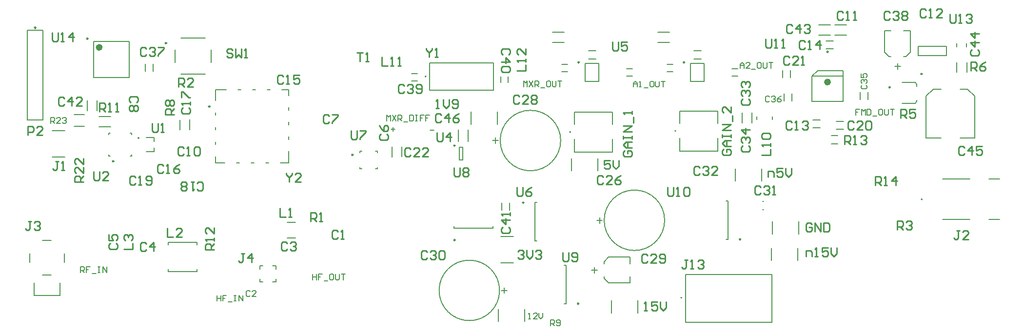
<source format=gbr>
G04*
G04 #@! TF.GenerationSoftware,Altium Limited,Altium Designer,25.5.2 (35)*
G04*
G04 Layer_Color=65535*
%FSLAX44Y44*%
%MOMM*%
G71*
G04*
G04 #@! TF.SameCoordinates,F6FF292E-385D-4CED-94FC-DDC138C61579*
G04*
G04*
G04 #@! TF.FilePolarity,Positive*
G04*
G01*
G75*
%ADD10C,0.2500*%
%ADD11C,0.2000*%
%ADD12C,0.6000*%
%ADD13C,0.1524*%
%ADD14C,0.1270*%
%ADD15C,0.1500*%
%ADD16C,0.1800*%
%ADD17C,0.2540*%
D10*
X845998Y555358D02*
G03*
X845998Y555358I-1250J0D01*
G01*
X1519146Y408656D02*
G03*
X1519146Y408656I-1250J0D01*
G01*
X295382Y776128D02*
G03*
X295382Y776128I-1250J0D01*
G01*
X522252Y749198D02*
G03*
X522252Y749198I-1250J0D01*
G01*
X385962Y757198D02*
G03*
X385962Y757198I-1250J0D01*
G01*
X430702Y544180D02*
G03*
X430702Y544180I-1250J0D01*
G01*
X597762Y639278D02*
G03*
X597762Y639278I-1250J0D01*
G01*
X1421736Y715996D02*
G03*
X1421736Y715996I-1250J0D01*
G01*
X1671046Y734206D02*
G03*
X1671046Y734206I-1250J0D01*
G01*
X1778706Y672686D02*
G03*
X1778706Y672686I-1250J0D01*
G01*
X1834368Y695856D02*
G03*
X1834368Y695856I-1250J0D01*
G01*
X1238033Y297026D02*
G03*
X1238033Y297026I-1250J0D01*
G01*
X1023346Y571426D02*
G03*
X1023346Y571426I-1250J0D01*
G01*
X1023323Y407496D02*
G03*
X1023323Y407496I-1250J0D01*
G01*
X1142733Y472406D02*
G03*
X1142733Y472406I-1250J0D01*
G01*
X1238856Y715996D02*
G03*
X1238856Y715996I-1250J0D01*
G01*
X1566877Y517182D02*
Y527179D01*
X1574374D01*
X1576874Y524679D01*
Y517182D01*
X1591869Y532177D02*
X1581872D01*
Y524679D01*
X1586870Y527179D01*
X1589370D01*
X1591869Y524679D01*
Y519681D01*
X1589370Y517182D01*
X1584371D01*
X1581872Y519681D01*
X1596867Y532177D02*
Y522180D01*
X1601866Y517182D01*
X1606864Y522180D01*
Y532177D01*
X990322Y636487D02*
X995320D01*
X992821D01*
Y651482D01*
X990322Y648983D01*
X1002817Y651482D02*
Y641486D01*
X1007816Y636487D01*
X1012814Y641486D01*
Y651482D01*
X1017813Y638987D02*
X1020312Y636487D01*
X1025310D01*
X1027809Y638987D01*
Y648983D01*
X1025310Y651482D01*
X1020312D01*
X1017813Y648983D01*
Y646484D01*
X1020312Y643985D01*
X1027809D01*
X1292149Y545815D02*
X1282152D01*
Y538317D01*
X1287150Y540817D01*
X1289650D01*
X1292149Y538317D01*
Y533319D01*
X1289650Y530820D01*
X1284651D01*
X1282152Y533319D01*
X1297147Y545815D02*
Y535818D01*
X1302146Y530820D01*
X1307144Y535818D01*
Y545815D01*
X1132546Y387106D02*
X1135045Y389605D01*
X1140043D01*
X1142543Y387106D01*
Y384607D01*
X1140043Y382108D01*
X1137544D01*
X1140043D01*
X1142543Y379608D01*
Y377109D01*
X1140043Y374610D01*
X1135045D01*
X1132546Y377109D01*
X1147541Y389605D02*
Y379608D01*
X1152540Y374610D01*
X1157538Y379608D01*
Y389605D01*
X1162536Y387106D02*
X1165035Y389605D01*
X1170034D01*
X1172533Y387106D01*
Y384607D01*
X1170034Y382108D01*
X1167535D01*
X1170034D01*
X1172533Y379608D01*
Y377109D01*
X1170034Y374610D01*
X1165035D01*
X1162536Y377109D01*
D11*
X1416808Y307086D02*
G03*
X1416808Y307086I-1000J0D01*
G01*
X1206496Y580122D02*
G03*
X1206496Y580122I-52500J0D01*
G01*
X1834434Y478028D02*
G03*
X1834434Y478028I-1000J0D01*
G01*
X1406636Y596646D02*
G03*
X1406636Y596646I-1000J0D01*
G01*
X1224010Y595122D02*
G03*
X1224010Y595122I-1000J0D01*
G01*
X1387016Y441706D02*
G03*
X1387016Y441706I-52500J0D01*
G01*
X1100403Y319916D02*
G03*
X1100403Y319916I-52500J0D01*
G01*
X973057Y691391D02*
G03*
X973057Y691391I-1000J0D01*
G01*
X574910Y398952D02*
Y402952D01*
Y352952D02*
Y356952D01*
X524910Y398952D02*
Y402952D01*
Y352952D02*
Y356952D01*
Y402952D02*
X574910D01*
X524910Y352952D02*
X574910D01*
X857498Y562108D02*
X860998D01*
X884998D02*
X888498D01*
Y531108D02*
Y534108D01*
Y559108D02*
Y562108D01*
X857498Y531108D02*
X860998D01*
X884998D02*
X888498D01*
X857498D02*
Y534108D01*
Y559108D02*
Y562108D01*
X1096408Y608452D02*
Y630052D01*
X1050908Y608452D02*
Y630052D01*
X1493896Y408206D02*
X1497396D01*
Y475206D01*
X1493896D02*
X1497396D01*
X1619902Y417952D02*
Y439552D01*
X1574402Y417952D02*
Y439552D01*
X1270906Y527426D02*
Y549026D01*
X1225406Y527426D02*
Y549026D01*
X1894468Y742998D02*
Y748998D01*
X1911468Y742998D02*
Y748998D01*
X280682Y616228D02*
X307582D01*
Y771628D01*
X280682D02*
X307582D01*
X280682Y616228D02*
Y771628D01*
X336952Y311428D02*
Y333028D01*
X291952Y311428D02*
Y333028D01*
Y311428D02*
X336952D01*
X344452Y369028D02*
Y383828D01*
X284452Y369028D02*
Y383828D01*
X307052Y406428D02*
X321852D01*
X307052Y346428D02*
X321852D01*
X547402Y758398D02*
X589502D01*
X599902Y715898D02*
Y737998D01*
X547402Y695498D02*
X589502D01*
X537002Y715898D02*
Y737998D01*
X395212Y689948D02*
Y751948D01*
X457212Y689948D02*
Y751948D01*
X395212D02*
X457212D01*
X395212Y689948D02*
X457212D01*
X421952Y553240D02*
X424452D01*
X421952D02*
Y555741D01*
X459452Y553240D02*
X461952D01*
Y555741D01*
X421952Y593241D02*
X424452D01*
X421952Y590740D02*
Y593241D01*
X459452D02*
X461952D01*
Y590740D02*
Y593241D01*
X323972Y597298D02*
X345572D01*
X323972Y551798D02*
X345572D01*
X722696Y668528D02*
X733932D01*
X697296D02*
X701988D01*
X671896D02*
X676588D01*
X646496D02*
X651188D01*
X606932D02*
X625788D01*
X606932Y541528D02*
Y552764D01*
Y573472D02*
Y578164D01*
Y598872D02*
Y603564D01*
Y624272D02*
Y628964D01*
Y649672D02*
Y668528D01*
X720156Y541528D02*
X733932D01*
X694756D02*
X699448D01*
X669356D02*
X674048D01*
X643956D02*
X648648D01*
X606932D02*
X623248D01*
X733932D02*
Y561654D01*
Y582362D02*
Y587054D01*
Y607762D02*
Y612454D01*
Y633162D02*
Y637854D01*
Y658562D02*
Y668528D01*
X405080Y603898D02*
X425162D01*
X405080Y621398D02*
X425162D01*
X361492Y625188D02*
X379492D01*
X361492Y605188D02*
X379492D01*
X401722Y631891D02*
Y649391D01*
X384692Y631838D02*
Y649338D01*
X562092Y598818D02*
Y616318D01*
X545062Y598765D02*
Y616265D01*
X485502Y700266D02*
Y712990D01*
X499002Y700266D02*
Y712990D01*
X913490Y551933D02*
Y569433D01*
X930520Y551986D02*
Y569486D01*
X731382Y411208D02*
X745882D01*
X731382Y438208D02*
X745882D01*
X1572624Y371724D02*
Y393324D01*
X1618124Y371724D02*
Y393324D01*
X1557286Y474356D02*
X1558786D01*
X1557286Y459856D02*
X1558786D01*
X1509886Y509646D02*
Y531246D01*
X1555386Y509646D02*
Y531246D01*
X1573826Y616906D02*
Y622106D01*
X1547326Y616906D02*
Y622106D01*
X1644408Y616096D02*
X1657133D01*
X1644408Y602596D02*
X1657133D01*
X1538596Y610756D02*
Y628256D01*
X1521566Y610703D02*
Y628203D01*
X1437386Y735726D02*
X1450086D01*
X1437386Y721726D02*
X1450086D01*
X1432236Y682746D02*
X1455236D01*
X1432236Y713746D02*
X1455236D01*
Y682746D02*
Y713746D01*
X1432236Y682746D02*
Y713746D01*
X1503696Y704746D02*
X1513696D01*
X1503696Y691746D02*
X1513696D01*
X1591926Y689344D02*
Y702068D01*
X1605426Y689344D02*
Y702068D01*
X1594466Y648704D02*
Y661428D01*
X1607966Y648704D02*
Y661428D01*
X1642796Y691706D02*
X1696796D01*
X1652796Y701706D02*
X1696796D01*
Y647706D02*
Y701706D01*
X1642796Y647706D02*
X1696796D01*
X1642796D02*
Y691706D01*
X1652796Y701706D01*
X1654425Y780706D02*
X1675007D01*
X1654425Y763106D02*
X1675007D01*
X1667219Y739756D02*
X1679944D01*
X1667219Y753256D02*
X1679944D01*
X1676916Y588406D02*
X1687916D01*
X1676916Y574406D02*
X1687916D01*
X1684999Y600056D02*
X1697724D01*
X1684999Y613556D02*
X1697724D01*
X1726546Y651244D02*
Y663968D01*
X1740046Y651244D02*
Y663968D01*
X1798956Y644686D02*
X1821956D01*
X1824956Y647686D01*
Y650686D01*
X1824956Y674686D02*
Y677686D01*
X1821956Y680686D02*
X1824956Y677686D01*
X1798956Y680686D02*
X1821956D01*
X1913156Y669626D02*
X1925656Y657126D01*
X1840656Y657126D02*
X1853156Y669626D01*
X1899656D02*
X1913156D01*
X1925656Y584626D02*
Y657126D01*
X1853156Y669626D02*
X1866656D01*
X1840656Y584626D02*
Y657126D01*
X1899656Y584626D02*
X1925656D01*
X1840656Y584626D02*
X1866656D01*
X1682365Y763106D02*
X1702947D01*
X1682365Y780706D02*
X1702947D01*
X1813708Y733818D02*
Y770818D01*
X1802208Y725818D02*
X1805708D01*
X1813708Y733818D01*
X1802208Y770818D02*
X1813708D01*
X1768708D02*
X1780208D01*
X1768708Y733818D02*
X1776708Y725818D01*
X1780208D01*
X1768708Y733818D02*
Y770818D01*
X1827643Y728048D02*
X1876693D01*
Y743628D01*
X1827643D02*
X1876693D01*
X1827643Y728048D02*
Y743628D01*
X1894177Y698987D02*
Y716069D01*
X1911759Y698987D02*
Y716069D01*
X1143906Y265806D02*
Y287406D01*
X1098406Y265806D02*
Y287406D01*
X1212783Y363576D02*
X1216283D01*
Y296576D02*
Y363576D01*
X1212783Y296576D02*
X1216283D01*
X1340502Y280792D02*
Y302392D01*
X1295002Y280792D02*
Y302392D01*
X1289756Y377846D02*
X1326756D01*
X1281756Y366346D02*
Y369846D01*
X1289756Y377846D01*
X1326756Y366346D02*
Y377846D01*
Y332846D02*
Y344346D01*
X1281756Y340846D02*
X1289756Y332846D01*
X1281756Y340846D02*
Y344346D01*
X1289756Y332846D02*
X1326756D01*
X1102736Y413656D02*
X1124336D01*
X1102736Y368156D02*
X1124336D01*
X1030346Y568426D02*
X1036346D01*
X1030346Y546426D02*
X1036346D01*
X1030346D02*
Y568426D01*
X1036346Y546426D02*
Y568426D01*
X1021623Y427996D02*
Y431496D01*
Y427996D02*
X1088623D01*
Y431496D01*
X1161983Y472856D02*
X1165483D01*
X1161983Y405856D02*
Y472856D01*
Y405856D02*
X1165483D01*
X1104246Y459449D02*
Y472174D01*
X1117746Y459449D02*
Y472174D01*
X1028836Y578965D02*
Y599087D01*
X1045836Y578965D02*
Y599087D01*
X1249356Y682746D02*
Y713746D01*
X1272356Y682746D02*
Y713746D01*
X1249356D02*
X1272356D01*
X1249356Y682746D02*
X1272356D01*
X1114806Y681498D02*
Y691498D01*
X1102106Y681498D02*
Y691498D01*
X947961Y696404D02*
X957961D01*
X947961Y683704D02*
X957961D01*
X1208676Y699366D02*
X1218676D01*
X1208676Y712366D02*
X1218676D01*
X1192395Y767956D02*
X1212477D01*
X1192395Y750456D02*
X1212477D01*
X1320816Y704746D02*
X1330816D01*
X1320816Y691746D02*
X1330816D01*
X1391556Y699366D02*
X1401556D01*
X1391556Y712366D02*
X1401556D01*
X1254506Y721726D02*
X1267206D01*
X1254506Y735726D02*
X1267206D01*
X1375275Y750456D02*
X1395357D01*
X1375275Y767956D02*
X1395357D01*
X979646Y598392D02*
X986311D01*
X911828Y599946D02*
X918493D01*
X915160Y603279D02*
Y596614D01*
X904208Y614028D02*
Y624025D01*
X907540Y620693D01*
X910872Y624025D01*
Y614028D01*
X914205Y624025D02*
X920869Y614028D01*
Y624025D02*
X914205Y614028D01*
X924202D02*
Y624025D01*
X929200D01*
X930866Y622359D01*
Y619026D01*
X929200Y617360D01*
X924202D01*
X927534D02*
X930866Y614028D01*
X934198Y612362D02*
X940863D01*
X944195Y624025D02*
Y614028D01*
X949193D01*
X950860Y615694D01*
Y622359D01*
X949193Y624025D01*
X944195D01*
X954192D02*
X957524D01*
X955858D01*
Y614028D01*
X954192D01*
X957524D01*
X969187Y624025D02*
X962523D01*
Y619026D01*
X965855D01*
X962523D01*
Y614028D01*
X979184Y624025D02*
X972519D01*
Y619026D01*
X975852D01*
X972519D01*
Y614028D01*
X1725450Y634439D02*
X1718786D01*
Y629440D01*
X1722118D01*
X1718786D01*
Y624442D01*
X1728783D02*
Y634439D01*
X1732115Y631107D01*
X1735447Y634439D01*
Y624442D01*
X1738780Y634439D02*
Y624442D01*
X1743778D01*
X1745444Y626108D01*
Y632773D01*
X1743778Y634439D01*
X1738780D01*
X1748776Y622776D02*
X1755441D01*
X1763772Y634439D02*
X1760439D01*
X1758773Y632773D01*
Y626108D01*
X1760439Y624442D01*
X1763772D01*
X1765438Y626108D01*
Y632773D01*
X1763772Y634439D01*
X1768770D02*
Y626108D01*
X1770436Y624442D01*
X1773768D01*
X1775434Y626108D01*
Y634439D01*
X1778767D02*
X1785431D01*
X1782099D01*
Y624442D01*
X1518126Y705722D02*
Y712387D01*
X1521458Y715719D01*
X1524790Y712387D01*
Y705722D01*
Y710721D01*
X1518126D01*
X1534787Y705722D02*
X1528123D01*
X1534787Y712387D01*
Y714053D01*
X1533121Y715719D01*
X1529789D01*
X1528123Y714053D01*
X1538120Y704056D02*
X1544784D01*
X1553115Y715719D02*
X1549783D01*
X1548116Y714053D01*
Y707388D01*
X1549783Y705722D01*
X1553115D01*
X1554781Y707388D01*
Y714053D01*
X1553115Y715719D01*
X1558113D02*
Y707388D01*
X1559779Y705722D01*
X1563112D01*
X1564778Y707388D01*
Y715719D01*
X1568110D02*
X1574774D01*
X1571442D01*
Y705722D01*
X1332992Y673173D02*
Y679837D01*
X1336324Y683170D01*
X1339656Y679837D01*
Y673173D01*
Y678171D01*
X1332992D01*
X1342988Y673173D02*
X1346321D01*
X1344655D01*
Y683170D01*
X1342988Y681504D01*
X1351319Y671507D02*
X1357984D01*
X1366314Y683170D02*
X1362982D01*
X1361316Y681504D01*
Y674839D01*
X1362982Y673173D01*
X1366314D01*
X1367980Y674839D01*
Y681504D01*
X1366314Y683170D01*
X1371313D02*
Y674839D01*
X1372979Y673173D01*
X1376311D01*
X1377977Y674839D01*
Y683170D01*
X1381309D02*
X1387974D01*
X1384642D01*
Y673173D01*
X1141952Y673718D02*
Y683715D01*
X1145284Y680383D01*
X1148616Y683715D01*
Y673718D01*
X1151949Y683715D02*
X1158613Y673718D01*
Y683715D02*
X1151949Y673718D01*
X1161946D02*
Y683715D01*
X1166944D01*
X1168610Y682049D01*
Y678717D01*
X1166944Y677050D01*
X1161946D01*
X1165278D02*
X1168610Y673718D01*
X1171942Y672052D02*
X1178607D01*
X1186937Y683715D02*
X1183605D01*
X1181939Y682049D01*
Y675384D01*
X1183605Y673718D01*
X1186937D01*
X1188604Y675384D01*
Y682049D01*
X1186937Y683715D01*
X1191936D02*
Y675384D01*
X1193602Y673718D01*
X1196934D01*
X1198600Y675384D01*
Y683715D01*
X1201933D02*
X1208597D01*
X1205265D01*
Y673718D01*
X775624Y348363D02*
Y338367D01*
Y343365D01*
X782288D01*
Y348363D01*
Y338367D01*
X792285Y348363D02*
X785620D01*
Y343365D01*
X788953D01*
X785620D01*
Y338367D01*
X795617Y336700D02*
X802282D01*
X810612Y348363D02*
X807280D01*
X805614Y346697D01*
Y340033D01*
X807280Y338367D01*
X810612D01*
X812278Y340033D01*
Y346697D01*
X810612Y348363D01*
X815611D02*
Y340033D01*
X817277Y338367D01*
X820609D01*
X822275Y340033D01*
Y348363D01*
X825608D02*
X832272D01*
X828940D01*
Y338367D01*
X609568Y311351D02*
Y301354D01*
Y306353D01*
X616232D01*
Y311351D01*
Y301354D01*
X626229Y311351D02*
X619565D01*
Y306353D01*
X622897D01*
X619565D01*
Y301354D01*
X629562Y299688D02*
X636226D01*
X639558Y311351D02*
X642891D01*
X641225D01*
Y301354D01*
X639558D01*
X642891D01*
X647889D02*
Y311351D01*
X654554Y301354D01*
Y311351D01*
X373094Y350630D02*
Y360627D01*
X378092D01*
X379758Y358961D01*
Y355629D01*
X378092Y353962D01*
X373094D01*
X376426D02*
X379758Y350630D01*
X389755Y360627D02*
X383091D01*
Y355629D01*
X386423D01*
X383091D01*
Y350630D01*
X393088Y348964D02*
X399752D01*
X403084Y360627D02*
X406417D01*
X404751D01*
Y350630D01*
X403084D01*
X406417D01*
X411415D02*
Y360627D01*
X418079Y350630D01*
Y360627D01*
D12*
X408212Y741948D02*
G03*
X408212Y741948I-3000J0D01*
G01*
X1672796Y681706D02*
G03*
X1672796Y681706I-3000J0D01*
G01*
D13*
X473294Y583280D02*
G03*
X473294Y585820I0J1270D01*
G01*
D02*
G03*
X473294Y583280I0J-1270D01*
G01*
X684022Y334518D02*
X689585D01*
X684022Y356895D02*
Y362458D01*
X706399D02*
X711962D01*
Y334518D02*
Y340081D01*
X684022Y334518D02*
Y340081D01*
Y362458D02*
X689585D01*
X711962Y356895D02*
Y362458D01*
X706399Y334518D02*
X711962D01*
X486932Y585620D02*
X500532D01*
Y561236D02*
Y567840D01*
X486932Y561236D02*
X500532D01*
Y579016D02*
Y585620D01*
X1796656Y709094D02*
X1786208D01*
X1791432Y714318D02*
Y703870D01*
X1265032Y349898D02*
Y360346D01*
X1270256Y355122D02*
X1259808D01*
D14*
X1423308Y264586D02*
X1573308D01*
X1423308D02*
Y347086D01*
X1573308D01*
Y264586D02*
Y347086D01*
X1949714Y513028D02*
X1968434D01*
X1869714D02*
X1917154D01*
X1949714Y443028D02*
X1968434D01*
X1869714D02*
X1917154D01*
X1413276Y561446D02*
Y584296D01*
Y609696D02*
Y631346D01*
X1479276D01*
Y609696D02*
Y631346D01*
Y561446D02*
Y584296D01*
X1413276Y561346D02*
X1479276D01*
X1230650Y559922D02*
Y582772D01*
Y608172D02*
Y629822D01*
X1296650D01*
Y608172D02*
Y629822D01*
Y559922D02*
Y582772D01*
X1230650Y559822D02*
X1296650D01*
X979057Y714891D02*
X1090058D01*
X979057Y667891D02*
Y714891D01*
Y667891D02*
X1090058D01*
Y714891D01*
D15*
X1098496Y580124D02*
X1088499D01*
X1093498Y575126D02*
Y585123D01*
X1279016Y441708D02*
X1269019D01*
X1274018Y436710D02*
Y446707D01*
X1103403Y319913D02*
X1113399D01*
X1108401Y324912D02*
Y314915D01*
X1569151Y655858D02*
X1567485Y657524D01*
X1564153D01*
X1562487Y655858D01*
Y649194D01*
X1564153Y647528D01*
X1567485D01*
X1569151Y649194D01*
X1572484Y655858D02*
X1574150Y657524D01*
X1577482D01*
X1579148Y655858D01*
Y654192D01*
X1577482Y652526D01*
X1575816D01*
X1577482D01*
X1579148Y650860D01*
Y649194D01*
X1577482Y647528D01*
X1574150D01*
X1572484Y649194D01*
X1589145Y657524D02*
X1585813Y655858D01*
X1582480Y652526D01*
Y649194D01*
X1584147Y647528D01*
X1587479D01*
X1589145Y649194D01*
Y650860D01*
X1587479Y652526D01*
X1582480D01*
X1729964Y676341D02*
X1728298Y674675D01*
Y671343D01*
X1729964Y669677D01*
X1736628D01*
X1738294Y671343D01*
Y674675D01*
X1736628Y676341D01*
X1729964Y679674D02*
X1728298Y681340D01*
Y684672D01*
X1729964Y686338D01*
X1731630D01*
X1733296Y684672D01*
Y683006D01*
Y684672D01*
X1734962Y686338D01*
X1736628D01*
X1738294Y684672D01*
Y681340D01*
X1736628Y679674D01*
X1728298Y696335D02*
Y689670D01*
X1733296D01*
X1731630Y693003D01*
Y694669D01*
X1733296Y696335D01*
X1736628D01*
X1738294Y694669D01*
Y691337D01*
X1736628Y689670D01*
D16*
X1150642Y270786D02*
X1153974D01*
X1152308D01*
Y280783D01*
X1150642Y279117D01*
X1165637Y270786D02*
X1158973D01*
X1165637Y277451D01*
Y279117D01*
X1163971Y280783D01*
X1160639D01*
X1158973Y279117D01*
X1168969Y280783D02*
Y274118D01*
X1172302Y270786D01*
X1175634Y274118D01*
Y280783D01*
X1189025Y258908D02*
Y268904D01*
X1194024D01*
X1195690Y267238D01*
Y263906D01*
X1194024Y262240D01*
X1189025D01*
X1192358D02*
X1195690Y258908D01*
X1199022Y260574D02*
X1200688Y258908D01*
X1204020D01*
X1205687Y260574D01*
Y267238D01*
X1204020Y268904D01*
X1200688D01*
X1199022Y267238D01*
Y265572D01*
X1200688Y263906D01*
X1205687D01*
X667116Y317784D02*
X665450Y319450D01*
X662117D01*
X660451Y317784D01*
Y311120D01*
X662117Y309454D01*
X665450D01*
X667116Y311120D01*
X677113Y309454D02*
X670448D01*
X677113Y316118D01*
Y317784D01*
X675446Y319450D01*
X672114D01*
X670448Y317784D01*
X321443Y610190D02*
Y620186D01*
X326441D01*
X328107Y618520D01*
Y615188D01*
X326441Y613522D01*
X321443D01*
X324775D02*
X328107Y610190D01*
X338104D02*
X331440D01*
X338104Y616854D01*
Y618520D01*
X336438Y620186D01*
X333106D01*
X331440Y618520D01*
X341437D02*
X343103Y620186D01*
X346435D01*
X348101Y618520D01*
Y616854D01*
X346435Y615188D01*
X344769D01*
X346435D01*
X348101Y613522D01*
Y611856D01*
X346435Y610190D01*
X343103D01*
X341437Y611856D01*
D17*
X1351026Y284480D02*
X1356104D01*
X1353565D01*
Y299715D01*
X1351026Y297176D01*
X1373879Y299715D02*
X1363722D01*
Y292097D01*
X1368800Y294637D01*
X1371339D01*
X1373879Y292097D01*
Y287019D01*
X1371339Y284480D01*
X1366261D01*
X1363722Y287019D01*
X1378957Y299715D02*
Y289558D01*
X1384035Y284480D01*
X1389114Y289558D01*
Y299715D01*
X1642869Y434336D02*
X1640329Y436875D01*
X1635251D01*
X1632712Y434336D01*
Y424179D01*
X1635251Y421640D01*
X1640329D01*
X1642869Y424179D01*
Y429258D01*
X1637790D01*
X1647947Y421640D02*
Y436875D01*
X1658104Y421640D01*
Y436875D01*
X1663182D02*
Y421640D01*
X1670800D01*
X1673339Y424179D01*
Y434336D01*
X1670800Y436875D01*
X1663182D01*
X1632712Y378968D02*
Y389125D01*
X1640329D01*
X1642869Y386586D01*
Y378968D01*
X1647947D02*
X1653025D01*
X1650486D01*
Y394203D01*
X1647947Y391664D01*
X1670800Y394203D02*
X1660643D01*
Y386586D01*
X1665721Y389125D01*
X1668260D01*
X1670800Y386586D01*
Y381507D01*
X1668260Y378968D01*
X1663182D01*
X1660643Y381507D01*
X1675878Y394203D02*
Y384046D01*
X1680956Y378968D01*
X1686035Y384046D01*
Y394203D01*
X1489207Y565401D02*
X1486668Y562862D01*
Y557783D01*
X1489207Y555244D01*
X1499364D01*
X1501903Y557783D01*
Y562862D01*
X1499364Y565401D01*
X1494285D01*
Y560322D01*
X1501903Y570479D02*
X1491746D01*
X1486668Y575557D01*
X1491746Y580636D01*
X1501903D01*
X1494285D01*
Y570479D01*
X1486668Y585714D02*
Y590793D01*
Y588253D01*
X1501903D01*
Y585714D01*
Y590793D01*
Y598410D02*
X1486668D01*
X1501903Y608567D01*
X1486668D01*
X1504442Y613645D02*
Y623802D01*
X1501903Y639037D02*
Y628880D01*
X1491746Y639037D01*
X1489207D01*
X1486668Y636498D01*
Y631419D01*
X1489207Y628880D01*
X1317249Y562353D02*
X1314710Y559813D01*
Y554735D01*
X1317249Y552196D01*
X1327406D01*
X1329945Y554735D01*
Y559813D01*
X1327406Y562353D01*
X1322327D01*
Y557274D01*
X1329945Y567431D02*
X1319788D01*
X1314710Y572509D01*
X1319788Y577588D01*
X1329945D01*
X1322327D01*
Y567431D01*
X1314710Y582666D02*
Y587744D01*
Y585205D01*
X1329945D01*
Y582666D01*
Y587744D01*
Y595362D02*
X1314710D01*
X1329945Y605519D01*
X1314710D01*
X1332484Y610597D02*
Y620754D01*
X1329945Y625832D02*
Y630910D01*
Y628371D01*
X1314710D01*
X1317249Y625832D01*
X1296416Y751581D02*
Y738885D01*
X1298955Y736346D01*
X1304034D01*
X1306573Y738885D01*
Y751581D01*
X1321808D02*
X1311651D01*
Y743963D01*
X1316729Y746503D01*
X1319269D01*
X1321808Y743963D01*
Y738885D01*
X1319269Y736346D01*
X1314190D01*
X1311651Y738885D01*
X1426461Y372613D02*
X1421382D01*
X1423922D01*
Y359917D01*
X1421382Y357378D01*
X1418843D01*
X1416304Y359917D01*
X1431539Y357378D02*
X1436617D01*
X1434078D01*
Y372613D01*
X1431539Y370074D01*
X1444235D02*
X1446774Y372613D01*
X1451853D01*
X1454392Y370074D01*
Y367535D01*
X1451853Y364995D01*
X1449313D01*
X1451853D01*
X1454392Y362456D01*
Y359917D01*
X1451853Y357378D01*
X1446774D01*
X1444235Y359917D01*
X1752860Y502668D02*
Y517904D01*
X1760478D01*
X1763017Y515364D01*
Y510286D01*
X1760478Y507747D01*
X1752860D01*
X1757939D02*
X1763017Y502668D01*
X1768095D02*
X1773174D01*
X1770634D01*
Y517904D01*
X1768095Y515364D01*
X1788409Y502668D02*
Y517904D01*
X1780791Y510286D01*
X1790948D01*
X1790958Y425706D02*
Y440942D01*
X1798576D01*
X1801115Y438402D01*
Y433324D01*
X1798576Y430785D01*
X1790958D01*
X1796037D02*
X1801115Y425706D01*
X1806193Y438402D02*
X1808732Y440942D01*
X1813811D01*
X1816350Y438402D01*
Y435863D01*
X1813811Y433324D01*
X1811272D01*
X1813811D01*
X1816350Y430785D01*
Y428246D01*
X1813811Y425706D01*
X1808732D01*
X1806193Y428246D01*
X1899413Y423923D02*
X1894335D01*
X1896874D01*
Y411228D01*
X1894335Y408689D01*
X1891795D01*
X1889256Y411228D01*
X1914648Y408689D02*
X1904491D01*
X1914648Y418845D01*
Y421384D01*
X1912109Y423923D01*
X1907030D01*
X1904491Y421384D01*
X852932Y732531D02*
X863089D01*
X858010D01*
Y717296D01*
X868167D02*
X873245D01*
X870706D01*
Y732531D01*
X868167Y729992D01*
X281436Y589790D02*
Y605025D01*
X289054D01*
X291593Y602486D01*
Y597408D01*
X289054Y594869D01*
X281436D01*
X306828Y589790D02*
X296671D01*
X306828Y599947D01*
Y602486D01*
X304289Y605025D01*
X299210D01*
X296671Y602486D01*
X1699012Y573788D02*
Y589024D01*
X1706630D01*
X1709169Y586484D01*
Y581406D01*
X1706630Y578867D01*
X1699012D01*
X1704091D02*
X1709169Y573788D01*
X1714247D02*
X1719326D01*
X1716786D01*
Y589024D01*
X1714247Y586484D01*
X1726943D02*
X1729482Y589024D01*
X1734561D01*
X1737100Y586484D01*
Y583945D01*
X1734561Y581406D01*
X1732021D01*
X1734561D01*
X1737100Y578867D01*
Y576328D01*
X1734561Y573788D01*
X1729482D01*
X1726943Y576328D01*
X405638Y629920D02*
Y645155D01*
X413256D01*
X415795Y642616D01*
Y637537D01*
X413256Y634998D01*
X405638D01*
X410716D02*
X415795Y629920D01*
X420873D02*
X425951D01*
X423412D01*
Y645155D01*
X420873Y642616D01*
X433569Y629920D02*
X438647D01*
X436108D01*
Y645155D01*
X433569Y642616D01*
X999239Y624584D02*
X996700Y627123D01*
X991622D01*
X989083Y624584D01*
Y614428D01*
X991622Y611889D01*
X996700D01*
X999239Y614428D01*
X1011935Y611889D02*
Y627123D01*
X1004318Y619506D01*
X1014474D01*
X1029709Y627123D02*
X1024631Y624584D01*
X1019553Y619506D01*
Y614428D01*
X1022092Y611889D01*
X1027170D01*
X1029709Y614428D01*
Y616967D01*
X1027170Y619506D01*
X1019553D01*
X1105918Y430024D02*
X1103378Y427485D01*
Y422407D01*
X1105918Y419868D01*
X1116074D01*
X1118614Y422407D01*
Y427485D01*
X1116074Y430024D01*
X1118614Y442720D02*
X1103378D01*
X1110996Y435103D01*
Y445260D01*
X1118614Y450338D02*
Y455416D01*
Y452877D01*
X1103378D01*
X1105918Y450338D01*
X991620Y594104D02*
Y581408D01*
X994159Y578868D01*
X999238D01*
X1001777Y581408D01*
Y594104D01*
X1014473Y578868D02*
Y594104D01*
X1006855Y586486D01*
X1017012D01*
X487175Y739646D02*
X484636Y742186D01*
X479558D01*
X477019Y739646D01*
Y729490D01*
X479558Y726951D01*
X484636D01*
X487175Y729490D01*
X492254Y739646D02*
X494793Y742186D01*
X499871D01*
X502410Y739646D01*
Y737107D01*
X499871Y734568D01*
X497332D01*
X499871D01*
X502410Y732029D01*
Y729490D01*
X499871Y726951D01*
X494793D01*
X492254Y729490D01*
X507489Y742186D02*
X517645D01*
Y739646D01*
X507489Y729490D01*
Y726951D01*
X1715519Y611884D02*
X1712980Y614423D01*
X1707902D01*
X1705363Y611884D01*
Y601728D01*
X1707902Y599188D01*
X1712980D01*
X1715519Y601728D01*
X1730754Y599188D02*
X1720598D01*
X1730754Y609345D01*
Y611884D01*
X1728215Y614423D01*
X1723137D01*
X1720598Y611884D01*
X1735833D02*
X1738372Y614423D01*
X1743450D01*
X1745989Y611884D01*
Y601728D01*
X1743450Y599188D01*
X1738372D01*
X1735833Y601728D01*
Y611884D01*
X894590Y591313D02*
X892050Y588774D01*
Y583695D01*
X894590Y581156D01*
X904746D01*
X907286Y583695D01*
Y588774D01*
X904746Y591313D01*
X892050Y606548D02*
X894590Y601469D01*
X899668Y596391D01*
X904746D01*
X907286Y598930D01*
Y604009D01*
X904746Y606548D01*
X902207D01*
X899668Y604009D01*
Y596391D01*
X732025Y401570D02*
X729485Y404109D01*
X724407D01*
X721868Y401570D01*
Y391413D01*
X724407Y388874D01*
X729485D01*
X732025Y391413D01*
X737103Y401570D02*
X739642Y404109D01*
X744721D01*
X747260Y401570D01*
Y399031D01*
X744721Y396492D01*
X742181D01*
X744721D01*
X747260Y393952D01*
Y391413D01*
X744721Y388874D01*
X739642D01*
X737103Y391413D01*
X819912Y422146D02*
X817373Y424686D01*
X812294D01*
X809755Y422146D01*
Y411990D01*
X812294Y409450D01*
X817373D01*
X819912Y411990D01*
X824990Y409450D02*
X830069D01*
X827530D01*
Y424686D01*
X824990Y422146D01*
X323348Y767586D02*
Y754890D01*
X325887Y752350D01*
X330966D01*
X333505Y754890D01*
Y767586D01*
X338583Y752350D02*
X343662D01*
X341122D01*
Y767586D01*
X338583Y765046D01*
X358897Y752350D02*
Y767586D01*
X351279Y759968D01*
X361436D01*
X637034Y737106D02*
X634495Y739645D01*
X629417D01*
X626878Y737106D01*
Y734567D01*
X629417Y732028D01*
X634495D01*
X637034Y729489D01*
Y726950D01*
X634495Y724410D01*
X629417D01*
X626878Y726950D01*
X642113Y739645D02*
Y724410D01*
X647191Y729489D01*
X652270Y724410D01*
Y739645D01*
X657348Y724410D02*
X662426D01*
X659887D01*
Y739645D01*
X657348Y737106D01*
X542802Y673102D02*
Y688337D01*
X550420D01*
X552959Y685798D01*
Y680720D01*
X550420Y678181D01*
X542802D01*
X547881D02*
X552959Y673102D01*
X568194D02*
X558037D01*
X568194Y683259D01*
Y685798D01*
X565655Y688337D01*
X560576D01*
X558037Y685798D01*
X486915Y400808D02*
X484375Y403347D01*
X479297D01*
X476758Y400808D01*
Y390651D01*
X479297Y388112D01*
X484375D01*
X486915Y390651D01*
X499611Y388112D02*
Y403347D01*
X491993Y395729D01*
X502150D01*
X972566Y740405D02*
Y737866D01*
X977644Y732787D01*
X982723Y737866D01*
Y740405D01*
X977644Y732787D02*
Y725170D01*
X987801D02*
X992879D01*
X990340D01*
Y740405D01*
X987801Y737866D01*
X1391926Y498853D02*
Y486158D01*
X1394465Y483619D01*
X1399544D01*
X1402083Y486158D01*
Y498853D01*
X1407161Y483619D02*
X1412240D01*
X1409700D01*
Y498853D01*
X1407161Y496314D01*
X1419857D02*
X1422396Y498853D01*
X1427475D01*
X1430014Y496314D01*
Y486158D01*
X1427475Y483619D01*
X1422396D01*
X1419857Y486158D01*
Y496314D01*
X1210060Y385824D02*
Y373128D01*
X1212599Y370588D01*
X1217678D01*
X1220217Y373128D01*
Y385824D01*
X1225295Y373128D02*
X1227834Y370588D01*
X1232913D01*
X1235452Y373128D01*
Y383284D01*
X1232913Y385824D01*
X1227834D01*
X1225295Y383284D01*
Y380745D01*
X1227834Y378206D01*
X1235452D01*
X1020826Y533141D02*
Y520445D01*
X1023365Y517906D01*
X1028444D01*
X1030983Y520445D01*
Y533141D01*
X1036061Y530602D02*
X1038600Y533141D01*
X1043679D01*
X1046218Y530602D01*
Y528063D01*
X1043679Y525523D01*
X1046218Y522984D01*
Y520445D01*
X1043679Y517906D01*
X1038600D01*
X1036061Y520445D01*
Y522984D01*
X1038600Y525523D01*
X1036061Y528063D01*
Y530602D01*
X1038600Y525523D02*
X1043679D01*
X1130300Y498851D02*
Y486155D01*
X1132839Y483616D01*
X1137917D01*
X1140457Y486155D01*
Y498851D01*
X1155692D02*
X1150613Y496312D01*
X1145535Y491233D01*
Y486155D01*
X1148074Y483616D01*
X1153153D01*
X1155692Y486155D01*
Y488694D01*
X1153153Y491233D01*
X1145535D01*
X497335Y610106D02*
Y597410D01*
X499874Y594870D01*
X504953D01*
X507492Y597410D01*
Y610106D01*
X512570Y594870D02*
X517649D01*
X515110D01*
Y610106D01*
X512570Y607566D01*
X1920242Y737619D02*
X1917702Y735080D01*
Y730002D01*
X1920242Y727463D01*
X1930398D01*
X1932937Y730002D01*
Y735080D01*
X1930398Y737619D01*
X1932937Y750315D02*
X1917702D01*
X1925320Y742698D01*
Y752854D01*
X1932937Y765550D02*
X1917702D01*
X1925320Y757933D01*
Y768089D01*
X729746Y523745D02*
Y521206D01*
X734825Y516128D01*
X739903Y521206D01*
Y523745D01*
X734825Y516128D02*
Y508511D01*
X755138D02*
X744981D01*
X755138Y518667D01*
Y521206D01*
X752599Y523745D01*
X747520D01*
X744981Y521206D01*
X1882146Y799335D02*
Y786640D01*
X1884685Y784100D01*
X1889764D01*
X1892303Y786640D01*
Y799335D01*
X1897381Y784100D02*
X1902460D01*
X1899920D01*
Y799335D01*
X1897381Y796796D01*
X1910077D02*
X1912616Y799335D01*
X1917695D01*
X1920234Y796796D01*
Y794257D01*
X1917695Y791718D01*
X1915155D01*
X1917695D01*
X1920234Y789179D01*
Y786640D01*
X1917695Y784100D01*
X1912616D01*
X1910077Y786640D01*
X1561851Y756664D02*
Y743968D01*
X1564391Y741429D01*
X1569469D01*
X1572008Y743968D01*
Y756664D01*
X1577086Y741429D02*
X1582165D01*
X1579626D01*
Y756664D01*
X1577086Y754124D01*
X1589782Y741429D02*
X1594861D01*
X1592321D01*
Y756664D01*
X1589782Y754124D01*
X842776Y597151D02*
Y584456D01*
X845315Y581917D01*
X850394D01*
X852933Y584456D01*
Y597151D01*
X858011D02*
X868168D01*
Y594612D01*
X858011Y584456D01*
Y581917D01*
X395736Y526286D02*
Y513590D01*
X398275Y511050D01*
X403354D01*
X405893Y513590D01*
Y526286D01*
X421128Y511050D02*
X410971D01*
X421128Y521207D01*
Y523746D01*
X418589Y526286D01*
X413510D01*
X410971Y523746D01*
X377949Y508515D02*
X362714D01*
Y516132D01*
X365254Y518671D01*
X370332D01*
X372871Y516132D01*
Y508515D01*
Y513593D02*
X377949Y518671D01*
Y533906D02*
Y523750D01*
X367793Y533906D01*
X365254D01*
X362714Y531367D01*
Y526289D01*
X365254Y523750D01*
X377949Y549141D02*
Y538985D01*
X367793Y549141D01*
X365254D01*
X362714Y546602D01*
Y541524D01*
X365254Y538985D01*
X605025Y390404D02*
X589790D01*
Y398022D01*
X592330Y400561D01*
X597408D01*
X599947Y398022D01*
Y390404D01*
Y395482D02*
X605025Y400561D01*
Y405639D02*
Y410718D01*
Y408178D01*
X589790D01*
X592330Y405639D01*
X605025Y428492D02*
Y418335D01*
X594869Y428492D01*
X592330D01*
X589790Y425953D01*
Y420874D01*
X592330Y418335D01*
X535429Y625352D02*
X520195D01*
Y632970D01*
X522734Y635509D01*
X527812D01*
X530351Y632970D01*
Y625352D01*
Y630430D02*
X535429Y635509D01*
X522734Y640587D02*
X520195Y643126D01*
Y648205D01*
X522734Y650744D01*
X525273D01*
X527812Y648205D01*
X530351Y650744D01*
X532890D01*
X535429Y648205D01*
Y643126D01*
X532890Y640587D01*
X530351D01*
X527812Y643126D01*
X525273Y640587D01*
X522734D01*
X527812Y643126D02*
Y648205D01*
X1918466Y701042D02*
Y716277D01*
X1926084D01*
X1928623Y713738D01*
Y708660D01*
X1926084Y706121D01*
X1918466D01*
X1923544D02*
X1928623Y701042D01*
X1943858Y716277D02*
X1938779Y713738D01*
X1933701Y708660D01*
Y703582D01*
X1936240Y701042D01*
X1941319D01*
X1943858Y703582D01*
Y706121D01*
X1941319Y708660D01*
X1933701D01*
X1796800Y619509D02*
Y634743D01*
X1804418D01*
X1806957Y632204D01*
Y627126D01*
X1804418Y624587D01*
X1796800D01*
X1801879D02*
X1806957Y619509D01*
X1822192Y634743D02*
X1812035D01*
Y627126D01*
X1817113Y629665D01*
X1819653D01*
X1822192Y627126D01*
Y622048D01*
X1819653Y619509D01*
X1814574D01*
X1812035Y622048D01*
X771906Y439420D02*
Y454655D01*
X779523D01*
X782063Y452116D01*
Y447038D01*
X779523Y444498D01*
X771906D01*
X776984D02*
X782063Y439420D01*
X787141D02*
X792219D01*
X789680D01*
Y454655D01*
X787141Y452116D01*
X1130556Y701808D02*
X1145791D01*
Y711965D01*
Y717043D02*
Y722122D01*
Y719582D01*
X1130556D01*
X1133096Y717043D01*
X1145791Y739896D02*
Y729739D01*
X1135635Y739896D01*
X1133096D01*
X1130556Y737357D01*
Y732278D01*
X1133096Y729739D01*
X895943Y725422D02*
Y710186D01*
X906100D01*
X911178D02*
X916257D01*
X913718D01*
Y725422D01*
X911178Y722882D01*
X923874Y710186D02*
X928953D01*
X926413D01*
Y725422D01*
X923874Y722882D01*
X1555498Y554742D02*
X1570733D01*
Y564899D01*
Y569977D02*
Y575056D01*
Y572516D01*
X1555498D01*
X1558038Y569977D01*
Y582673D02*
X1555498Y585212D01*
Y590291D01*
X1558038Y592830D01*
X1568194D01*
X1570733Y590291D01*
Y585212D01*
X1568194Y582673D01*
X1558038D01*
X448059Y391672D02*
X463293D01*
Y401829D01*
X450598Y406907D02*
X448059Y409446D01*
Y414525D01*
X450598Y417064D01*
X453137D01*
X455676Y414525D01*
Y411986D01*
Y414525D01*
X458215Y417064D01*
X460754D01*
X463293Y414525D01*
Y409446D01*
X460754Y406907D01*
X523240Y427985D02*
Y412750D01*
X533397D01*
X548632D02*
X538475D01*
X548632Y422907D01*
Y425446D01*
X546093Y427985D01*
X541014D01*
X538475Y425446D01*
X719074Y463037D02*
Y447802D01*
X729231D01*
X734309D02*
X739387D01*
X736848D01*
Y463037D01*
X734309Y460498D01*
X657353Y384045D02*
X652274D01*
X654814D01*
Y371350D01*
X652274Y368811D01*
X649735D01*
X647196Y371350D01*
X670049Y368811D02*
Y384045D01*
X662431Y376428D01*
X672588D01*
X286763Y439669D02*
X281684D01*
X284223D01*
Y426973D01*
X281684Y424434D01*
X279145D01*
X276606Y426973D01*
X291841Y437130D02*
X294380Y439669D01*
X299459D01*
X301998Y437130D01*
Y434591D01*
X299459Y432052D01*
X296919D01*
X299459D01*
X301998Y429512D01*
Y426973D01*
X299459Y424434D01*
X294380D01*
X291841Y426973D01*
X334772Y544066D02*
X329694D01*
X332233D01*
Y531370D01*
X329694Y528830D01*
X327155D01*
X324615Y531370D01*
X339850Y528830D02*
X344929D01*
X342390D01*
Y544066D01*
X339850Y541526D01*
X1907543Y567688D02*
X1905004Y570228D01*
X1899926D01*
X1897387Y567688D01*
Y557532D01*
X1899926Y554992D01*
X1905004D01*
X1907543Y557532D01*
X1920239Y554992D02*
Y570228D01*
X1912622Y562610D01*
X1922778D01*
X1938013Y570228D02*
X1927857D01*
Y562610D01*
X1932935Y565149D01*
X1935474D01*
X1938013Y562610D01*
Y557532D01*
X1935474Y554992D01*
X1930396D01*
X1927857Y557532D01*
X1608839Y779524D02*
X1606300Y782064D01*
X1601222D01*
X1598683Y779524D01*
Y769368D01*
X1601222Y766829D01*
X1606300D01*
X1608839Y769368D01*
X1621535Y766829D02*
Y782064D01*
X1613918Y774446D01*
X1624074D01*
X1629153Y779524D02*
X1631692Y782064D01*
X1636770D01*
X1639309Y779524D01*
Y776985D01*
X1636770Y774446D01*
X1634231D01*
X1636770D01*
X1639309Y771907D01*
Y769368D01*
X1636770Y766829D01*
X1631692D01*
X1629153Y769368D01*
X344935Y653286D02*
X342396Y655826D01*
X337318D01*
X334779Y653286D01*
Y643130D01*
X337318Y640591D01*
X342396D01*
X344935Y643130D01*
X357631Y640591D02*
Y655826D01*
X350014Y648208D01*
X360170D01*
X375405Y640591D02*
X365249D01*
X375405Y650747D01*
Y653286D01*
X372866Y655826D01*
X367788D01*
X365249Y653286D01*
X1116074Y729675D02*
X1118614Y732214D01*
Y737292D01*
X1116074Y739831D01*
X1105918D01*
X1103379Y737292D01*
Y732214D01*
X1105918Y729675D01*
X1103379Y716979D02*
X1118614D01*
X1110996Y724596D01*
Y714440D01*
X1116074Y709361D02*
X1118614Y706822D01*
Y701744D01*
X1116074Y699204D01*
X1105918D01*
X1103379Y701744D01*
Y706822D01*
X1105918Y709361D01*
X1116074D01*
X935185Y674813D02*
X932645Y677352D01*
X927567D01*
X925028Y674813D01*
Y664656D01*
X927567Y662117D01*
X932645D01*
X935185Y664656D01*
X940263Y674813D02*
X942802Y677352D01*
X947880D01*
X950420Y674813D01*
Y672274D01*
X947880Y669734D01*
X945341D01*
X947880D01*
X950420Y667195D01*
Y664656D01*
X947880Y662117D01*
X942802D01*
X940263Y664656D01*
X955498D02*
X958037Y662117D01*
X963115D01*
X965655Y664656D01*
Y674813D01*
X963115Y677352D01*
X958037D01*
X955498Y674813D01*
Y672274D01*
X958037Y669734D01*
X965655D01*
X1778511Y801876D02*
X1775972Y804416D01*
X1770894D01*
X1768355Y801876D01*
Y791720D01*
X1770894Y789181D01*
X1775972D01*
X1778511Y791720D01*
X1783590Y801876D02*
X1786129Y804416D01*
X1791207D01*
X1793746Y801876D01*
Y799337D01*
X1791207Y796798D01*
X1788668D01*
X1791207D01*
X1793746Y794259D01*
Y791720D01*
X1791207Y789181D01*
X1786129D01*
X1783590Y791720D01*
X1798825Y801876D02*
X1801364Y804416D01*
X1806442D01*
X1808981Y801876D01*
Y799337D01*
X1806442Y796798D01*
X1808981Y794259D01*
Y791720D01*
X1806442Y789181D01*
X1801364D01*
X1798825Y791720D01*
Y794259D01*
X1801364Y796798D01*
X1798825Y799337D01*
Y801876D01*
X1801364Y796798D02*
X1806442D01*
X1522478Y571249D02*
X1519938Y568710D01*
Y563632D01*
X1522478Y561093D01*
X1532634D01*
X1535173Y563632D01*
Y568710D01*
X1532634Y571249D01*
X1522478Y576328D02*
X1519938Y578867D01*
Y583945D01*
X1522478Y586484D01*
X1525017D01*
X1527556Y583945D01*
Y581406D01*
Y583945D01*
X1530095Y586484D01*
X1532634D01*
X1535173Y583945D01*
Y578867D01*
X1532634Y576328D01*
X1535173Y599180D02*
X1519938D01*
X1527556Y591563D01*
Y601719D01*
X1522478Y652529D02*
X1519939Y649990D01*
Y644912D01*
X1522478Y642373D01*
X1532634D01*
X1535173Y644912D01*
Y649990D01*
X1532634Y652529D01*
X1522478Y657608D02*
X1519939Y660147D01*
Y665225D01*
X1522478Y667764D01*
X1525017D01*
X1527556Y665225D01*
Y662686D01*
Y665225D01*
X1530095Y667764D01*
X1532634D01*
X1535173Y665225D01*
Y660147D01*
X1532634Y657608D01*
X1522478Y672843D02*
X1519939Y675382D01*
Y680460D01*
X1522478Y682999D01*
X1525017D01*
X1527556Y680460D01*
Y677921D01*
Y680460D01*
X1530095Y682999D01*
X1532634D01*
X1535173Y680460D01*
Y675382D01*
X1532634Y672843D01*
X1448051Y533142D02*
X1445511Y535681D01*
X1440433D01*
X1437894Y533142D01*
Y522985D01*
X1440433Y520446D01*
X1445511D01*
X1448051Y522985D01*
X1453129Y533142D02*
X1455668Y535681D01*
X1460747D01*
X1463286Y533142D01*
Y530603D01*
X1460747Y528064D01*
X1458207D01*
X1460747D01*
X1463286Y525524D01*
Y522985D01*
X1460747Y520446D01*
X1455668D01*
X1453129Y522985D01*
X1478521Y520446D02*
X1468364D01*
X1478521Y530603D01*
Y533142D01*
X1475982Y535681D01*
X1470903D01*
X1468364Y533142D01*
X1553715Y498852D02*
X1551176Y501391D01*
X1546097D01*
X1543558Y498852D01*
Y488695D01*
X1546097Y486156D01*
X1551176D01*
X1553715Y488695D01*
X1558793Y498852D02*
X1561332Y501391D01*
X1566411D01*
X1568950Y498852D01*
Y496313D01*
X1566411Y493773D01*
X1563871D01*
X1566411D01*
X1568950Y491234D01*
Y488695D01*
X1566411Y486156D01*
X1561332D01*
X1558793Y488695D01*
X1574028Y486156D02*
X1579106D01*
X1576567D01*
Y501391D01*
X1574028Y498852D01*
X974347Y386078D02*
X971808Y388618D01*
X966730D01*
X964191Y386078D01*
Y375922D01*
X966730Y373382D01*
X971808D01*
X974347Y375922D01*
X979426Y386078D02*
X981965Y388618D01*
X987043D01*
X989582Y386078D01*
Y383539D01*
X987043Y381000D01*
X984504D01*
X987043D01*
X989582Y378461D01*
Y375922D01*
X987043Y373382D01*
X981965D01*
X979426Y375922D01*
X994661Y386078D02*
X997200Y388618D01*
X1002278D01*
X1004817Y386078D01*
Y375922D01*
X1002278Y373382D01*
X997200D01*
X994661Y375922D01*
Y386078D01*
X1357379Y380744D02*
X1354840Y383284D01*
X1349762D01*
X1347223Y380744D01*
Y370588D01*
X1349762Y368049D01*
X1354840D01*
X1357379Y370588D01*
X1372614Y368049D02*
X1362458D01*
X1372614Y378205D01*
Y380744D01*
X1370075Y383284D01*
X1364997D01*
X1362458Y380744D01*
X1377693Y370588D02*
X1380232Y368049D01*
X1385310D01*
X1387849Y370588D01*
Y380744D01*
X1385310Y383284D01*
X1380232D01*
X1377693Y380744D01*
Y378205D01*
X1380232Y375666D01*
X1387849D01*
X1134875Y656334D02*
X1132336Y658874D01*
X1127258D01*
X1124719Y656334D01*
Y646178D01*
X1127258Y643639D01*
X1132336D01*
X1134875Y646178D01*
X1150110Y643639D02*
X1139954D01*
X1150110Y653795D01*
Y656334D01*
X1147571Y658874D01*
X1142493D01*
X1139954Y656334D01*
X1155189D02*
X1157728Y658874D01*
X1162806D01*
X1165345Y656334D01*
Y653795D01*
X1162806Y651256D01*
X1165345Y648717D01*
Y646178D01*
X1162806Y643639D01*
X1157728D01*
X1155189Y646178D01*
Y648717D01*
X1157728Y651256D01*
X1155189Y653795D01*
Y656334D01*
X1157728Y651256D02*
X1162806D01*
X1280157Y516886D02*
X1277617Y519425D01*
X1272539D01*
X1270000Y516886D01*
Y506729D01*
X1272539Y504190D01*
X1277617D01*
X1280157Y506729D01*
X1295392Y504190D02*
X1285235D01*
X1295392Y514347D01*
Y516886D01*
X1292853Y519425D01*
X1287774D01*
X1285235Y516886D01*
X1310627Y519425D02*
X1305549Y516886D01*
X1300470Y511808D01*
Y506729D01*
X1303009Y504190D01*
X1308088D01*
X1310627Y506729D01*
Y509268D01*
X1308088Y511808D01*
X1300470D01*
X946153Y565402D02*
X943614Y567942D01*
X938536D01*
X935997Y565402D01*
Y555246D01*
X938536Y552706D01*
X943614D01*
X946153Y555246D01*
X961388Y552706D02*
X951232D01*
X961388Y562863D01*
Y565402D01*
X958849Y567942D01*
X953771D01*
X951232Y565402D01*
X976623Y552706D02*
X966467D01*
X976623Y562863D01*
Y565402D01*
X974084Y567942D01*
X969006D01*
X966467Y565402D01*
X1603499Y724404D02*
X1600959Y726943D01*
X1595881D01*
X1593342Y724404D01*
Y714247D01*
X1595881Y711708D01*
X1600959D01*
X1603499Y714247D01*
X1618734Y711708D02*
X1608577D01*
X1618734Y721865D01*
Y724404D01*
X1616195Y726943D01*
X1611116D01*
X1608577Y724404D01*
X1623812Y711708D02*
X1628891D01*
X1626351D01*
Y726943D01*
X1623812Y724404D01*
X468125Y516126D02*
X465586Y518666D01*
X460507D01*
X457968Y516126D01*
Y505970D01*
X460507Y503430D01*
X465586D01*
X468125Y505970D01*
X473203Y503430D02*
X478282D01*
X475742D01*
Y518666D01*
X473203Y516126D01*
X485899Y505970D02*
X488438Y503430D01*
X493517D01*
X496056Y505970D01*
Y516126D01*
X493517Y518666D01*
X488438D01*
X485899Y516126D01*
Y513587D01*
X488438Y511048D01*
X496056D01*
X574799Y495810D02*
X577338Y493270D01*
X582417D01*
X584956Y495810D01*
Y505966D01*
X582417Y508506D01*
X577338D01*
X574799Y505966D01*
X569721Y508506D02*
X564642D01*
X567182D01*
Y493270D01*
X569721Y495810D01*
X557025D02*
X554486Y493270D01*
X549407D01*
X546868Y495810D01*
Y498349D01*
X549407Y500888D01*
X546868Y503427D01*
Y505966D01*
X549407Y508506D01*
X554486D01*
X557025Y505966D01*
Y503427D01*
X554486Y500888D01*
X557025Y498349D01*
Y495810D01*
X554486Y500888D02*
X549407D01*
X550674Y636781D02*
X548134Y634242D01*
Y629163D01*
X550674Y626624D01*
X560830D01*
X563369Y629163D01*
Y634242D01*
X560830Y636781D01*
X563369Y641859D02*
Y646938D01*
Y644398D01*
X548134D01*
X550674Y641859D01*
X548134Y654555D02*
Y664712D01*
X550674D01*
X560830Y654555D01*
X563369D01*
X516385Y536446D02*
X513846Y538985D01*
X508767D01*
X506228Y536446D01*
Y526290D01*
X508767Y523750D01*
X513846D01*
X516385Y526290D01*
X521463Y523750D02*
X526542D01*
X524002D01*
Y538985D01*
X521463Y536446D01*
X544316Y538985D02*
X539238Y536446D01*
X534159Y531368D01*
Y526290D01*
X536698Y523750D01*
X541777D01*
X544316Y526290D01*
Y528829D01*
X541777Y531368D01*
X534159D01*
X725045Y691386D02*
X722506Y693925D01*
X717427D01*
X714888Y691386D01*
Y681230D01*
X717427Y678690D01*
X722506D01*
X725045Y681230D01*
X730123Y678690D02*
X735201D01*
X732662D01*
Y693925D01*
X730123Y691386D01*
X752976Y693925D02*
X742819D01*
Y686308D01*
X747897Y688847D01*
X750437D01*
X752976Y686308D01*
Y681230D01*
X750437Y678690D01*
X745358D01*
X742819Y681230D01*
X1630429Y751584D02*
X1627890Y754124D01*
X1622811D01*
X1620272Y751584D01*
Y741428D01*
X1622811Y738888D01*
X1627890D01*
X1630429Y741428D01*
X1635507Y738888D02*
X1640586D01*
X1638046D01*
Y754124D01*
X1635507Y751584D01*
X1655821Y738888D02*
Y754124D01*
X1648203Y746506D01*
X1658360D01*
X1607569Y611884D02*
X1605030Y614423D01*
X1599951D01*
X1597412Y611884D01*
Y601728D01*
X1599951Y599188D01*
X1605030D01*
X1607569Y601728D01*
X1612647Y599188D02*
X1617726D01*
X1615186D01*
Y614423D01*
X1612647Y611884D01*
X1625343D02*
X1627882Y614423D01*
X1632961D01*
X1635500Y611884D01*
Y609345D01*
X1632961Y606806D01*
X1630421D01*
X1632961D01*
X1635500Y604267D01*
Y601728D01*
X1632961Y599188D01*
X1627882D01*
X1625343Y601728D01*
X1840995Y806448D02*
X1838456Y808988D01*
X1833377D01*
X1830838Y806448D01*
Y796292D01*
X1833377Y793753D01*
X1838456D01*
X1840995Y796292D01*
X1846073Y793753D02*
X1851152D01*
X1848612D01*
Y808988D01*
X1846073Y806448D01*
X1868926Y793753D02*
X1858769D01*
X1868926Y803909D01*
Y806448D01*
X1866387Y808988D01*
X1861308D01*
X1858769Y806448D01*
X1696468Y802384D02*
X1693929Y804923D01*
X1688851D01*
X1686311Y802384D01*
Y792228D01*
X1688851Y789688D01*
X1693929D01*
X1696468Y792228D01*
X1701546Y789688D02*
X1706625D01*
X1704086D01*
Y804923D01*
X1701546Y802384D01*
X1714242Y789688D02*
X1719321D01*
X1716781D01*
Y804923D01*
X1714242Y802384D01*
X551945Y566926D02*
X549406Y569465D01*
X544327D01*
X541788Y566926D01*
Y556770D01*
X544327Y554230D01*
X549406D01*
X551945Y556770D01*
X557023Y554230D02*
X562102D01*
X559562D01*
Y569465D01*
X557023Y566926D01*
X569719D02*
X572258Y569465D01*
X577337D01*
X579876Y566926D01*
Y556770D01*
X577337Y554230D01*
X572258D01*
X569719Y556770D01*
Y566926D01*
X469770Y646747D02*
X472309Y649286D01*
Y654365D01*
X469770Y656904D01*
X459614D01*
X457074Y654365D01*
Y649286D01*
X459614Y646747D01*
X469770Y641669D02*
X472309Y639130D01*
Y634051D01*
X469770Y631512D01*
X467231D01*
X464692Y634051D01*
X462153Y631512D01*
X459614D01*
X457074Y634051D01*
Y639130D01*
X459614Y641669D01*
X462153D01*
X464692Y639130D01*
X467231Y641669D01*
X469770D01*
X464692Y639130D02*
Y634051D01*
X804161Y622296D02*
X801621Y624835D01*
X796543D01*
X794004Y622296D01*
Y612139D01*
X796543Y609600D01*
X801621D01*
X804161Y612139D01*
X809239Y624835D02*
X819396D01*
Y622296D01*
X809239Y612139D01*
Y609600D01*
X424436Y401665D02*
X421897Y399126D01*
Y394047D01*
X424436Y391508D01*
X434592D01*
X437132Y394047D01*
Y399126D01*
X434592Y401665D01*
X421897Y416900D02*
Y406743D01*
X429514D01*
X426975Y411822D01*
Y414361D01*
X429514Y416900D01*
X434592D01*
X437132Y414361D01*
Y409282D01*
X434592Y406743D01*
M02*

</source>
